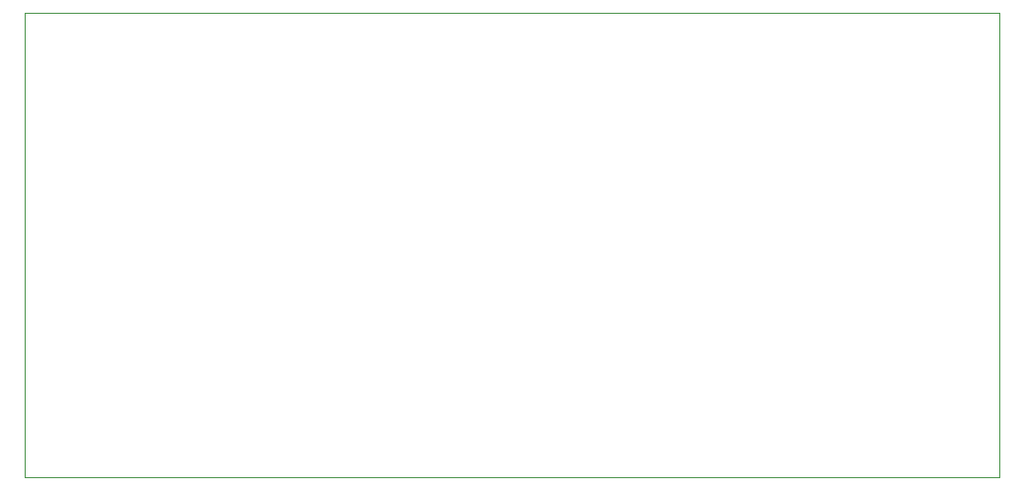
<source format=gbr>
%TF.GenerationSoftware,KiCad,Pcbnew,(6.0.0-0)*%
%TF.CreationDate,2022-01-07T22:13:43-05:00*%
%TF.ProjectId,LCD_Display,4c43445f-4469-4737-906c-61792e6b6963,rev?*%
%TF.SameCoordinates,Original*%
%TF.FileFunction,Profile,NP*%
%FSLAX46Y46*%
G04 Gerber Fmt 4.6, Leading zero omitted, Abs format (unit mm)*
G04 Created by KiCad (PCBNEW (6.0.0-0)) date 2022-01-07 22:13:43*
%MOMM*%
%LPD*%
G01*
G04 APERTURE LIST*
%TA.AperFunction,Profile*%
%ADD10C,0.100000*%
%TD*%
G04 APERTURE END LIST*
D10*
X94742000Y-76708000D02*
X178308000Y-76708000D01*
X178308000Y-76708000D02*
X178308000Y-116586000D01*
X178308000Y-116586000D02*
X94742000Y-116586000D01*
X94742000Y-116586000D02*
X94742000Y-76708000D01*
M02*

</source>
